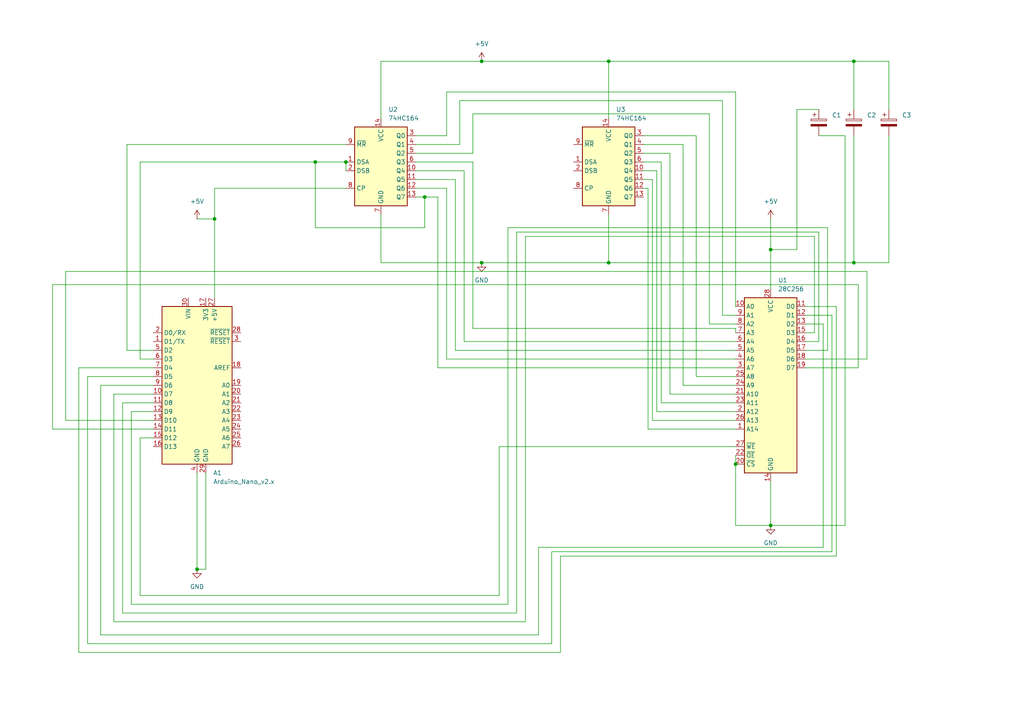
<source format=kicad_sch>
(kicad_sch (version 20250114) (generator "eeschema") (generator_version "9.0")
  (paper "A4")
  (lib_symbols
    (symbol "74xx:74HC164"
      (property "Reference" "U" (at 1.905 -13.97 0))
      (property "Value" "74HC164" (at 1.905 -16.51 0))
      (symbol "74HC164_0_1"
        (rectangle (start 7.62 10.16) (end -7.62 -12.7) (stroke (width 0.254)) (fill (type background)))
      )
      (symbol "74HC164_1_1"
        (pin input line (at -10.16 5.08 0) (length 2.54) (name "~{MR}") (number "9"))
        (pin input line (at -10.16 0 0) (length 2.54) (name "DSA") (number "1"))
        (pin input line (at -10.16 -2.54 0) (length 2.54) (name "DSB") (number "2"))
        (pin input line (at -10.16 -7.62 0) (length 2.54) (name "CP") (number "8"))
        (pin power_in line (at 0 12.7 270) (length 2.54) (name "VCC") (number "14"))
        (pin power_in line (at 0 -15.24 90) (length 2.54) (name "GND") (number "7"))
        (pin output line (at 10.16 7.62 180) (length 2.54) (name "Q0") (number "3"))
        (pin output line (at 10.16 5.08 180) (length 2.54) (name "Q1") (number "4"))
        (pin output line (at 10.16 2.54 180) (length 2.54) (name "Q2") (number "5"))
        (pin output line (at 10.16 0 180) (length 2.54) (name "Q3") (number "6"))
        (pin output line (at 10.16 -2.54 180) (length 2.54) (name "Q4") (number "10"))
        (pin output line (at 10.16 -5.08 180) (length 2.54) (name "Q5") (number "11"))
        (pin output line (at 10.16 -7.62 180) (length 2.54) (name "Q6") (number "12"))
        (pin output line (at 10.16 -10.16 180) (length 2.54) (name "Q7") (number "13"))
      )
    )
    (symbol "Device:C_Polarized" (pin_numbers (hide yes)) (pin_names (offset 0.254))
      (property "Reference" "C" (at 0.635 2.54 0))
      (property "Value" "C_Polarized" (at 0.635 -2.54 0))
      (symbol "C_Polarized_0_1"
        (rectangle (start -2.286 0.508) (end 2.286 1.016))
        (polyline (pts (xy -1.778 2.286) (xy -0.762 2.286)))
        (polyline (pts (xy -1.27 2.794) (xy -1.27 1.778)))
        (rectangle (start 2.286 -0.508) (end -2.286 -1.016) (fill (type outline)))
      )
      (symbol "C_Polarized_1_1"
        (pin passive line (at 0 3.81 270) (length 2.794) (name "~") (number "1"))
        (pin passive line (at 0 -3.81 90) (length 2.794) (name "~") (number "2"))
      )
    )
    (symbol "MCU_Module:Arduino_Nano_v2.x"
      (property "Reference" "A" (at -10.16 23.495 0))
      (property "Value" "Arduino_Nano_v2.x" (at 5.08 -24.13 0))
      (symbol "Arduino_Nano_v2.x_0_1"
        (rectangle (start -10.16 22.86) (end 10.16 -22.86) (stroke (width 0.254)) (fill (type background)))
      )
      (symbol "Arduino_Nano_v2.x_1_1"
        (pin bidirectional line (at -12.7 15.24 0) (length 2.54) (name "D0/RX") (number "2"))
        (pin bidirectional line (at -12.7 12.7 0) (length 2.54) (name "D1/TX") (number "1"))
        (pin bidirectional line (at -12.7 10.16 0) (length 2.54) (name "D2") (number "5"))
        (pin bidirectional line (at -12.7 7.62 0) (length 2.54) (name "D3") (number "6"))
        (pin bidirectional line (at -12.7 5.08 0) (length 2.54) (name "D4") (number "7"))
        (pin bidirectional line (at -12.7 2.54 0) (length 2.54) (name "D5") (number "8"))
        (pin bidirectional line (at -12.7 0 0) (length 2.54) (name "D6") (number "9"))
        (pin bidirectional line (at -12.7 -2.54 0) (length 2.54) (name "D7") (number "10"))
        (pin bidirectional line (at -12.7 -5.08 0) (length 2.54) (name "D8") (number "11"))
        (pin bidirectional line (at -12.7 -7.62 0) (length 2.54) (name "D9") (number "12"))
        (pin bidirectional line (at -12.7 -10.16 0) (length 2.54) (name "D10") (number "13"))
        (pin bidirectional line (at -12.7 -12.7 0) (length 2.54) (name "D11") (number "14"))
        (pin bidirectional line (at -12.7 -15.24 0) (length 2.54) (name "D12") (number "15"))
        (pin bidirectional line (at -12.7 -17.78 0) (length 2.54) (name "D13") (number "16"))
        (pin power_in line (at -2.54 25.4 270) (length 2.54) (name "VIN") (number "30"))
        (pin power_in line (at 0 -25.4 90) (length 2.54) (name "GND") (number "4"))
        (pin power_out line (at 2.54 25.4 270) (length 2.54) (name "3V3") (number "17"))
        (pin power_in line (at 2.54 -25.4 90) (length 2.54) (name "GND") (number "29"))
        (pin power_out line (at 5.08 25.4 270) (length 2.54) (name "+5V") (number "27"))
        (pin input line (at 12.7 15.24 180) (length 2.54) (name "~{RESET}") (number "28"))
        (pin input line (at 12.7 12.7 180) (length 2.54) (name "~{RESET}") (number "3"))
        (pin input line (at 12.7 5.08 180) (length 2.54) (name "AREF") (number "18"))
        (pin bidirectional line (at 12.7 0 180) (length 2.54) (name "A0") (number "19"))
        (pin bidirectional line (at 12.7 -2.54 180) (length 2.54) (name "A1") (number "20"))
        (pin bidirectional line (at 12.7 -5.08 180) (length 2.54) (name "A2") (number "21"))
        (pin bidirectional line (at 12.7 -7.62 180) (length 2.54) (name "A3") (number "22"))
        (pin bidirectional line (at 12.7 -10.16 180) (length 2.54) (name "A4") (number "23"))
        (pin bidirectional line (at 12.7 -12.7 180) (length 2.54) (name "A5") (number "24"))
        (pin bidirectional line (at 12.7 -15.24 180) (length 2.54) (name "A6") (number "25"))
        (pin bidirectional line (at 12.7 -17.78 180) (length 2.54) (name "A7") (number "26"))
      )
    )
    (symbol "Memory_EEPROM:28C256"
      (property "Reference" "U" (at -7.62 26.67 0))
      (property "Value" "28C256" (at 2.54 -26.67 0))
      (symbol "28C256_1_1"
        (rectangle (start -7.62 25.4) (end 7.62 -25.4) (stroke (width 0.254)) (fill (type background)))
        (pin input line (at -10.16 22.86 0) (length 2.54) (name "A0") (number "10"))
        (pin input line (at -10.16 20.32 0) (length 2.54) (name "A1") (number "9"))
        (pin input line (at -10.16 17.78 0) (length 2.54) (name "A2") (number "8"))
        (pin input line (at -10.16 15.24 0) (length 2.54) (name "A3") (number "7"))
        (pin input line (at -10.16 12.7 0) (length 2.54) (name "A4") (number "6"))
        (pin input line (at -10.16 10.16 0) (length 2.54) (name "A5") (number "5"))
        (pin input line (at -10.16 7.62 0) (length 2.54) (name "A6") (number "4"))
        (pin input line (at -10.16 5.08 0) (length 2.54) (name "A7") (number "3"))
        (pin input line (at -10.16 2.54 0) (length 2.54) (name "A8") (number "25"))
        (pin input line (at -10.16 0 0) (length 2.54) (name "A9") (number "24"))
        (pin input line (at -10.16 -2.54 0) (length 2.54) (name "A10") (number "21"))
        (pin input line (at -10.16 -5.08 0) (length 2.54) (name "A11") (number "23"))
        (pin input line (at -10.16 -7.62 0) (length 2.54) (name "A12") (number "2"))
        (pin input line (at -10.16 -10.16 0) (length 2.54) (name "A13") (number "26"))
        (pin input line (at -10.16 -12.7 0) (length 2.54) (name "A14") (number "1"))
        (pin input line (at -10.16 -17.78 0) (length 2.54) (name "~{WE}") (number "27"))
        (pin input line (at -10.16 -20.32 0) (length 2.54) (name "~{OE}") (number "22"))
        (pin input line (at -10.16 -22.86 0) (length 2.54) (name "~{CS}") (number "20"))
        (pin power_in line (at 0 27.94 270) (length 2.54) (name "VCC") (number "28"))
        (pin power_in line (at 0 -27.94 90) (length 2.54) (name "GND") (number "14"))
        (pin tri_state line (at 10.16 22.86 180) (length 2.54) (name "D0") (number "11"))
        (pin tri_state line (at 10.16 20.32 180) (length 2.54) (name "D1") (number "12"))
        (pin tri_state line (at 10.16 17.78 180) (length 2.54) (name "D2") (number "13"))
        (pin tri_state line (at 10.16 15.24 180) (length 2.54) (name "D3") (number "15"))
        (pin tri_state line (at 10.16 12.7 180) (length 2.54) (name "D4") (number "16"))
        (pin tri_state line (at 10.16 10.16 180) (length 2.54) (name "D5") (number "17"))
        (pin tri_state line (at 10.16 7.62 180) (length 2.54) (name "D6") (number "18"))
        (pin tri_state line (at 10.16 5.08 180) (length 2.54) (name "D7") (number "19"))
      )
    )
    (symbol "power:+5V" (power) (pin_numbers (hide yes)) (pin_names (offset 0) (hide yes))
      (property "Value" "+5V" (at 0 3.556 0))
      (symbol "+5V_0_1"
        (polyline (pts (xy -0.762 1.27) (xy 0 2.54)))
        (polyline (pts (xy 0 2.54) (xy 0.762 1.27)))
        (polyline (pts (xy 0 0) (xy 0 2.54)))
      )
      (symbol "+5V_1_1"
        (pin power_in line (at 0 0 90) (length 0) (name "~") (number "1"))
      )
    )
    (symbol "power:GND" (power) (pin_numbers (hide yes)) (pin_names (offset 0) (hide yes))
      (property "Value" "GND" (at 0 -3.81 0))
      (symbol "GND_0_1"
        (polyline (pts (xy 0 0) (xy 0 -1.27) (xy 1.27 -1.27) (xy 0 -2.54) (xy -1.27 -1.27) (xy 0 -1.27)))
      )
      (symbol "GND_1_1"
        (pin power_in line (at 0 0 270) (length 0) (name "~") (number "1"))
      )
    )
  )
  (junction (at 176.53 17.78))
  (junction (at 213.36 134.62))
  (junction (at 123.19 57.15))
  (junction (at 176.53 76.2))
  (junction (at 57.15 165.1))
  (junction (at 91.44 46.99))
  (junction (at 100.33 46.99))
  (junction (at 223.52 152.4))
  (junction (at 223.52 72.39))
  (junction (at 139.7 17.78))
  (junction (at 139.7 76.2))
  (junction (at 62.23 63.5))
  (junction (at 247.65 17.78))
  (junction (at 247.65 76.2))
  (wire (pts (xy 240.03 101.6) (xy 233.68 101.6)))
  (wire (pts (xy 137.16 44.45) (xy 137.16 33.02)))
  (wire (pts (xy 241.3 91.44) (xy 233.68 91.44)))
  (wire (pts (xy 186.69 44.45) (xy 194.31 44.45)))
  (wire (pts (xy 120.65 49.53) (xy 134.62 49.53)))
  (wire (pts (xy 44.45 119.38) (xy 38.1 119.38)))
  (wire (pts (xy 137.16 46.99) (xy 137.16 95.25)))
  (wire (pts (xy 127 57.15) (xy 123.19 57.15)))
  (wire (pts (xy 40.64 127) (xy 40.64 172.72)))
  (wire (pts (xy 194.31 114.3) (xy 213.36 114.3)))
  (wire (pts (xy 190.5 49.53) (xy 186.69 49.53)))
  (wire (pts (xy 238.76 158.75) (xy 156.21 158.75)))
  (wire (pts (xy 233.68 93.98) (xy 238.76 93.98)))
  (wire (pts (xy 36.83 101.6) (xy 44.45 101.6)))
  (wire (pts (xy 245.11 39.37) (xy 245.11 152.4)))
  (wire (pts (xy 127 57.15) (xy 127 106.68)))
  (wire (pts (xy 213.36 119.38) (xy 190.5 119.38)))
  (wire (pts (xy 223.52 72.39) (xy 223.52 83.82)))
  (wire (pts (xy 189.23 52.07) (xy 189.23 121.92)))
  (wire (pts (xy 201.93 109.22) (xy 213.36 109.22)))
  (wire (pts (xy 36.83 41.91) (xy 36.83 101.6)))
  (wire (pts (xy 242.57 88.9) (xy 233.68 88.9)))
  (wire (pts (xy 40.64 104.14) (xy 44.45 104.14)))
  (wire (pts (xy 100.33 46.99) (xy 91.44 46.99)))
  (wire (pts (xy 245.11 152.4) (xy 223.52 152.4)))
  (wire (pts (xy 176.53 34.29) (xy 176.53 17.78)))
  (wire (pts (xy 120.65 57.15) (xy 123.19 57.15)))
  (wire (pts (xy 209.55 91.44) (xy 213.36 91.44)))
  (wire (pts (xy 152.4 68.58) (xy 236.22 68.58)))
  (wire (pts (xy 35.56 116.84) (xy 35.56 177.8)))
  (wire (pts (xy 152.4 180.34) (xy 152.4 68.58)))
  (wire (pts (xy 176.53 17.78) (xy 139.7 17.78)))
  (wire (pts (xy 213.36 104.14) (xy 129.54 104.14)))
  (wire (pts (xy 40.64 46.99) (xy 40.64 104.14)))
  (wire (pts (xy 40.64 172.72) (xy 144.78 172.72)))
  (wire (pts (xy 25.4 109.22) (xy 25.4 186.69)))
  (wire (pts (xy 248.92 82.55) (xy 15.24 82.55)))
  (wire (pts (xy 123.19 57.15) (xy 123.19 66.04)))
  (wire (pts (xy 242.57 161.29) (xy 242.57 88.9)))
  (wire (pts (xy 120.65 52.07) (xy 132.08 52.07)))
  (wire (pts (xy 147.32 175.26) (xy 147.32 66.04)))
  (wire (pts (xy 209.55 29.21) (xy 209.55 91.44)))
  (wire (pts (xy 247.65 31.75) (xy 247.65 17.78)))
  (wire (pts (xy 110.49 76.2) (xy 139.7 76.2)))
  (wire (pts (xy 191.77 46.99) (xy 191.77 116.84)))
  (wire (pts (xy 205.74 33.02) (xy 205.74 93.98)))
  (wire (pts (xy 110.49 62.23) (xy 110.49 76.2)))
  (wire (pts (xy 213.36 134.62) (xy 213.36 152.4)))
  (wire (pts (xy 129.54 104.14) (xy 129.54 54.61)))
  (wire (pts (xy 91.44 66.04) (xy 91.44 46.99)))
  (wire (pts (xy 59.69 165.1) (xy 57.15 165.1)))
  (wire (pts (xy 236.22 68.58) (xy 236.22 96.52)))
  (wire (pts (xy 238.76 93.98) (xy 238.76 158.75)))
  (wire (pts (xy 134.62 49.53) (xy 134.62 99.06)))
  (wire (pts (xy 19.05 121.92) (xy 19.05 78.74)))
  (wire (pts (xy 189.23 121.92) (xy 213.36 121.92)))
  (wire (pts (xy 44.45 127) (xy 40.64 127)))
  (wire (pts (xy 198.12 41.91) (xy 198.12 111.76)))
  (wire (pts (xy 100.33 46.99) (xy 100.33 49.53)))
  (wire (pts (xy 38.1 119.38) (xy 38.1 175.26)))
  (wire (pts (xy 257.81 17.78) (xy 247.65 17.78)))
  (wire (pts (xy 91.44 66.04) (xy 123.19 66.04)))
  (wire (pts (xy 213.36 132.08) (xy 213.36 134.62)))
  (wire (pts (xy 133.35 41.91) (xy 133.35 29.21)))
  (wire (pts (xy 38.1 175.26) (xy 147.32 175.26)))
  (wire (pts (xy 198.12 111.76) (xy 213.36 111.76)))
  (wire (pts (xy 137.16 95.25) (xy 213.36 95.25)))
  (wire (pts (xy 57.15 137.16) (xy 57.15 165.1)))
  (wire (pts (xy 33.02 180.34) (xy 152.4 180.34)))
  (wire (pts (xy 132.08 101.6) (xy 213.36 101.6)))
  (wire (pts (xy 187.96 54.61) (xy 186.69 54.61)))
  (wire (pts (xy 247.65 39.37) (xy 247.65 76.2)))
  (wire (pts (xy 62.23 54.61) (xy 62.23 63.5)))
  (wire (pts (xy 213.36 124.46) (xy 187.96 124.46)))
  (wire (pts (xy 257.81 31.75) (xy 257.81 17.78)))
  (wire (pts (xy 91.44 46.99) (xy 40.64 46.99)))
  (wire (pts (xy 127 106.68) (xy 213.36 106.68)))
  (wire (pts (xy 120.65 46.99) (xy 137.16 46.99)))
  (wire (pts (xy 251.46 78.74) (xy 251.46 104.14)))
  (wire (pts (xy 147.32 66.04) (xy 240.03 66.04)))
  (wire (pts (xy 223.52 63.5) (xy 223.52 72.39)))
  (wire (pts (xy 59.69 137.16) (xy 59.69 165.1)))
  (wire (pts (xy 223.52 139.7) (xy 223.52 152.4)))
  (wire (pts (xy 120.65 39.37) (xy 129.54 39.37)))
  (wire (pts (xy 44.45 116.84) (xy 35.56 116.84)))
  (wire (pts (xy 35.56 177.8) (xy 149.86 177.8)))
  (wire (pts (xy 191.77 116.84) (xy 213.36 116.84)))
  (wire (pts (xy 62.23 63.5) (xy 57.15 63.5)))
  (wire (pts (xy 120.65 41.91) (xy 133.35 41.91)))
  (wire (pts (xy 231.14 72.39) (xy 223.52 72.39)))
  (wire (pts (xy 149.86 67.31) (xy 237.49 67.31)))
  (wire (pts (xy 186.69 52.07) (xy 189.23 52.07)))
  (wire (pts (xy 247.65 76.2) (xy 176.53 76.2)))
  (wire (pts (xy 194.31 44.45) (xy 194.31 114.3)))
  (wire (pts (xy 213.36 95.25) (xy 213.36 96.52)))
  (wire (pts (xy 190.5 119.38) (xy 190.5 49.53)))
  (wire (pts (xy 29.21 111.76) (xy 44.45 111.76)))
  (wire (pts (xy 248.92 106.68) (xy 248.92 82.55)))
  (wire (pts (xy 186.69 46.99) (xy 191.77 46.99)))
  (wire (pts (xy 187.96 124.46) (xy 187.96 54.61)))
  (wire (pts (xy 19.05 78.74) (xy 251.46 78.74)))
  (wire (pts (xy 156.21 184.15) (xy 29.21 184.15)))
  (wire (pts (xy 62.23 86.36) (xy 62.23 63.5)))
  (wire (pts (xy 241.3 160.02) (xy 241.3 91.44)))
  (wire (pts (xy 160.02 160.02) (xy 241.3 160.02)))
  (wire (pts (xy 22.86 189.23) (xy 162.56 189.23)))
  (wire (pts (xy 237.49 39.37) (xy 245.11 39.37)))
  (wire (pts (xy 132.08 52.07) (xy 132.08 101.6)))
  (wire (pts (xy 156.21 158.75) (xy 156.21 184.15)))
  (wire (pts (xy 100.33 54.61) (xy 62.23 54.61)))
  (wire (pts (xy 134.62 99.06) (xy 213.36 99.06)))
  (wire (pts (xy 251.46 104.14) (xy 233.68 104.14)))
  (wire (pts (xy 237.49 31.75) (xy 231.14 31.75)))
  (wire (pts (xy 176.53 62.23) (xy 176.53 76.2)))
  (wire (pts (xy 110.49 34.29) (xy 110.49 17.78)))
  (wire (pts (xy 44.45 106.68) (xy 22.86 106.68)))
  (wire (pts (xy 201.93 39.37) (xy 201.93 109.22)))
  (wire (pts (xy 144.78 172.72) (xy 144.78 129.54)))
  (wire (pts (xy 237.49 67.31) (xy 237.49 99.06)))
  (wire (pts (xy 144.78 129.54) (xy 213.36 129.54)))
  (wire (pts (xy 176.53 76.2) (xy 139.7 76.2)))
  (wire (pts (xy 257.81 39.37) (xy 257.81 76.2)))
  (wire (pts (xy 162.56 189.23) (xy 162.56 161.29)))
  (wire (pts (xy 22.86 106.68) (xy 22.86 189.23)))
  (wire (pts (xy 233.68 106.68) (xy 248.92 106.68)))
  (wire (pts (xy 44.45 109.22) (xy 25.4 109.22)))
  (wire (pts (xy 129.54 54.61) (xy 120.65 54.61)))
  (wire (pts (xy 162.56 161.29) (xy 242.57 161.29)))
  (wire (pts (xy 29.21 184.15) (xy 29.21 111.76)))
  (wire (pts (xy 133.35 29.21) (xy 209.55 29.21)))
  (wire (pts (xy 213.36 26.67) (xy 213.36 88.9)))
  (wire (pts (xy 240.03 66.04) (xy 240.03 101.6)))
  (wire (pts (xy 237.49 99.06) (xy 233.68 99.06)))
  (wire (pts (xy 44.45 121.92) (xy 19.05 121.92)))
  (wire (pts (xy 205.74 93.98) (xy 213.36 93.98)))
  (wire (pts (xy 186.69 41.91) (xy 198.12 41.91)))
  (wire (pts (xy 100.33 41.91) (xy 36.83 41.91)))
  (wire (pts (xy 257.81 76.2) (xy 247.65 76.2)))
  (wire (pts (xy 44.45 114.3) (xy 33.02 114.3)))
  (wire (pts (xy 33.02 114.3) (xy 33.02 180.34)))
  (wire (pts (xy 137.16 33.02) (xy 205.74 33.02)))
  (wire (pts (xy 120.65 44.45) (xy 137.16 44.45)))
  (wire (pts (xy 129.54 39.37) (xy 129.54 26.67)))
  (wire (pts (xy 15.24 82.55) (xy 15.24 124.46)))
  (wire (pts (xy 149.86 177.8) (xy 149.86 67.31)))
  (wire (pts (xy 213.36 152.4) (xy 223.52 152.4)))
  (wire (pts (xy 231.14 31.75) (xy 231.14 72.39)))
  (wire (pts (xy 186.69 39.37) (xy 201.93 39.37)))
  (wire (pts (xy 160.02 186.69) (xy 160.02 160.02)))
  (wire (pts (xy 15.24 124.46) (xy 44.45 124.46)))
  (wire (pts (xy 129.54 26.67) (xy 213.36 26.67)))
  (wire (pts (xy 25.4 186.69) (xy 160.02 186.69)))
  (wire (pts (xy 247.65 17.78) (xy 176.53 17.78)))
  (wire (pts (xy 236.22 96.52) (xy 233.68 96.52)))
  (wire (pts (xy 110.49 17.78) (xy 139.7 17.78)))
  (symbol (lib_id "power:+5V") (at 57.15 63.5 0) (unit 1)
    (property "Reference" "#PWR04" (effects (hide yes)))
    (property "Value" "+5V" (at 57.15 58.42 0))
    (property "Description" "Power symbol creates a global label with name \"+5V\"" (effects (hide yes)))
  )
  (symbol (lib_id "power:GND") (at 139.7 76.2 0) (unit 1)
    (property "Reference" "#PWR01" (effects (hide yes)))
    (property "Value" "GND" (at 139.7 81.28 0))
    (property "Description" "Power symbol creates a global label with name \"GND\" , ground" (effects (hide yes)))
  )
  (symbol (lib_id "Device:C_Polarized") (at 257.81 35.56 0) (unit 1)
    (property "Reference" "C3" (at 261.62 33.4009 0) (effects (justify left)))
    (property "Value" "C_Polarized" (effects (hide yes)))
    (property "Description" "Polarized capacitor" (effects (hide yes)))
  )
  (symbol (lib_id "MCU_Module:Arduino_Nano_v2.x") (at 57.15 111.76 0) (unit 1)
    (property "Reference" "A1" (at 61.8333 137.16 0) (effects (justify left)))
    (property "Value" "Arduino_Nano_v2.x" (at 61.8333 139.7 0) (effects (justify left)))
    (property "Footprint" "Module:Arduino_Nano" (effects (hide yes)))
    (property "Datasheet" "https://www.arduino.cc/en/uploads/Main/ArduinoNanoManual23.pdf" (effects (hide yes)))
    (property "Description" "Arduino Nano v2.x" (effects (hide yes)))
  )
  (symbol (lib_id "power:+5V") (at 223.52 63.5 0) (unit 1)
    (property "Reference" "#PWR06" (effects (hide yes)))
    (property "Value" "+5V" (at 223.52 58.42 0))
    (property "Description" "Power symbol creates a global label with name \"+5V\"" (effects (hide yes)))
  )
  (symbol (lib_id "74xx:74HC164") (at 176.53 46.99 0) (unit 1)
    (property "Reference" "U3" (at 178.6733 31.75 0) (effects (justify left)))
    (property "Value" "74HC164" (at 178.6733 34.29 0) (effects (justify left)))
    (property "Datasheet" "https://assets.nexperia.com/documents/data-sheet/74HC_HCT164.pdf" (effects (hide yes)))
    (property "Description" "8-bit serial-in parallel-out shift register" (effects (hide yes)))
  )
  (symbol (lib_id "power:+5V") (at 139.7 17.78 0) (unit 1)
    (property "Reference" "#PWR05" (effects (hide yes)))
    (property "Value" "+5V" (at 139.7 12.7 0))
    (property "Description" "Power symbol creates a global label with name \"+5V\"" (effects (hide yes)))
  )
  (symbol (lib_id "Device:C_Polarized") (at 237.49 35.56 0) (unit 1)
    (property "Reference" "C1" (at 241.3 33.4009 0) (effects (justify left)))
    (property "Value" "C_Polarized" (effects (hide yes)))
    (property "Description" "Polarized capacitor" (effects (hide yes)))
  )
  (symbol (lib_id "74xx:74HC164") (at 110.49 46.99 0) (unit 1)
    (property "Reference" "U2" (at 112.6333 31.75 0) (effects (justify left)))
    (property "Value" "74HC164" (at 112.6333 34.29 0) (effects (justify left)))
    (property "Datasheet" "https://assets.nexperia.com/documents/data-sheet/74HC_HCT164.pdf" (effects (hide yes)))
    (property "Description" "8-bit serial-in parallel-out shift register" (effects (hide yes)))
  )
  (symbol (lib_id "Device:C_Polarized") (at 247.65 35.56 0) (unit 1)
    (property "Reference" "C2" (at 251.46 33.4009 0) (effects (justify left)))
    (property "Value" "C_Polarized" (effects (hide yes)))
    (property "Description" "Polarized capacitor" (effects (hide yes)))
  )
  (symbol (lib_id "power:GND") (at 57.15 165.1 0) (unit 1)
    (property "Reference" "#PWR02" (effects (hide yes)))
    (property "Value" "GND" (at 57.15 170.18 0))
    (property "Description" "Power symbol creates a global label with name \"GND\" , ground" (effects (hide yes)))
  )
  (symbol (lib_id "Memory_EEPROM:28C256") (at 223.52 111.76 0) (unit 1)
    (property "Reference" "U1" (at 225.6633 81.28 0) (effects (justify left)))
    (property "Value" "28C256" (at 225.6633 83.82 0) (effects (justify left)))
    (property "Datasheet" "http://ww1.microchip.com/downloads/en/DeviceDoc/doc0006.pdf" (effects (hide yes)))
    (property "Description" "Paged Parallel EEPROM 256Kb (32K x 8), DIP-28/SOIC-28" (effects (hide yes)))
  )
  (symbol (lib_id "power:GND") (at 223.52 152.4 0) (unit 1)
    (property "Reference" "#PWR03" (effects (hide yes)))
    (property "Value" "GND" (at 223.52 157.48 0))
    (property "Description" "Power symbol creates a global label with name \"GND\" , ground" (effects (hide yes)))
  )
)
</source>
